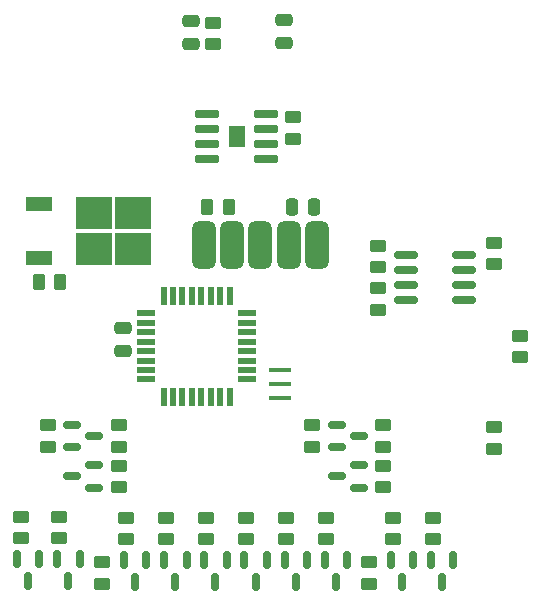
<source format=gbr>
G04 #@! TF.GenerationSoftware,KiCad,Pcbnew,6.0.8-f2edbf62ab~116~ubuntu20.04.1*
G04 #@! TF.CreationDate,2022-10-17T13:25:48+07:00*
G04 #@! TF.ProjectId,IN-8,494e2d38-2e6b-4696-9361-645f70636258,rev?*
G04 #@! TF.SameCoordinates,Original*
G04 #@! TF.FileFunction,Paste,Bot*
G04 #@! TF.FilePolarity,Positive*
%FSLAX46Y46*%
G04 Gerber Fmt 4.6, Leading zero omitted, Abs format (unit mm)*
G04 Created by KiCad (PCBNEW 6.0.8-f2edbf62ab~116~ubuntu20.04.1) date 2022-10-17 13:25:48*
%MOMM*%
%LPD*%
G01*
G04 APERTURE LIST*
G04 Aperture macros list*
%AMRoundRect*
0 Rectangle with rounded corners*
0 $1 Rounding radius*
0 $2 $3 $4 $5 $6 $7 $8 $9 X,Y pos of 4 corners*
0 Add a 4 corners polygon primitive as box body*
4,1,4,$2,$3,$4,$5,$6,$7,$8,$9,$2,$3,0*
0 Add four circle primitives for the rounded corners*
1,1,$1+$1,$2,$3*
1,1,$1+$1,$4,$5*
1,1,$1+$1,$6,$7*
1,1,$1+$1,$8,$9*
0 Add four rect primitives between the rounded corners*
20,1,$1+$1,$2,$3,$4,$5,0*
20,1,$1+$1,$4,$5,$6,$7,0*
20,1,$1+$1,$6,$7,$8,$9,0*
20,1,$1+$1,$8,$9,$2,$3,0*%
G04 Aperture macros list end*
%ADD10C,0.010000*%
%ADD11RoundRect,0.250000X-0.450000X0.262500X-0.450000X-0.262500X0.450000X-0.262500X0.450000X0.262500X0*%
%ADD12RoundRect,0.250000X0.450000X-0.262500X0.450000X0.262500X-0.450000X0.262500X-0.450000X-0.262500X0*%
%ADD13RoundRect,0.500000X0.500000X1.500000X-0.500000X1.500000X-0.500000X-1.500000X0.500000X-1.500000X0*%
%ADD14RoundRect,0.150000X-0.150000X0.587500X-0.150000X-0.587500X0.150000X-0.587500X0.150000X0.587500X0*%
%ADD15RoundRect,0.150000X0.587500X0.150000X-0.587500X0.150000X-0.587500X-0.150000X0.587500X-0.150000X0*%
%ADD16RoundRect,0.250000X0.262500X0.450000X-0.262500X0.450000X-0.262500X-0.450000X0.262500X-0.450000X0*%
%ADD17RoundRect,0.150000X-0.587500X-0.150000X0.587500X-0.150000X0.587500X0.150000X-0.587500X0.150000X0*%
%ADD18RoundRect,0.250000X-0.475000X0.250000X-0.475000X-0.250000X0.475000X-0.250000X0.475000X0.250000X0*%
%ADD19RoundRect,0.250000X-0.250000X-0.475000X0.250000X-0.475000X0.250000X0.475000X-0.250000X0.475000X0*%
%ADD20RoundRect,0.150000X0.825000X0.150000X-0.825000X0.150000X-0.825000X-0.150000X0.825000X-0.150000X0*%
%ADD21R,3.050000X2.750000*%
%ADD22R,2.200000X1.200000*%
%ADD23R,1.600000X0.550000*%
%ADD24R,0.550000X1.600000*%
%ADD25RoundRect,0.042000X0.943000X0.258000X-0.943000X0.258000X-0.943000X-0.258000X0.943000X-0.258000X0*%
%ADD26R,1.900000X0.400000*%
G04 APERTURE END LIST*
G36*
X160505500Y-29900500D02*
G01*
X159215500Y-29900500D01*
X159215500Y-28260500D01*
X160505500Y-28260500D01*
X160505500Y-29900500D01*
G37*
D10*
X160505500Y-29900500D02*
X159215500Y-29900500D01*
X159215500Y-28260500D01*
X160505500Y-28260500D01*
X160505500Y-29900500D01*
D11*
X172260500Y-53568000D03*
X172260500Y-55393000D03*
D12*
X171060500Y-66993000D03*
X171060500Y-65168000D03*
D13*
X164260500Y-38280500D03*
D11*
X181603250Y-38112000D03*
X181603250Y-39937000D03*
X157260500Y-61368000D03*
X157260500Y-63193000D03*
D13*
X159460500Y-38280500D03*
D11*
X173060500Y-61368000D03*
X173060500Y-63193000D03*
D14*
X153710500Y-64943000D03*
X155610500Y-64943000D03*
X154660500Y-66818000D03*
D15*
X170198000Y-56930500D03*
X170198000Y-58830500D03*
X168323000Y-57880500D03*
D14*
X157110500Y-64943000D03*
X159010500Y-64943000D03*
X158060500Y-66818000D03*
D11*
X167460500Y-61368000D03*
X167460500Y-63193000D03*
D15*
X147798000Y-56930500D03*
X147798000Y-58830500D03*
X145923000Y-57880500D03*
D14*
X141260500Y-64880500D03*
X143160500Y-64880500D03*
X142210500Y-66755500D03*
D16*
X159173000Y-35080500D03*
X157348000Y-35080500D03*
D17*
X168323000Y-55430500D03*
X168323000Y-53530500D03*
X170198000Y-54480500D03*
D11*
X164060500Y-61368000D03*
X164060500Y-63193000D03*
D14*
X167310500Y-64943000D03*
X169210500Y-64943000D03*
X168260500Y-66818000D03*
X176310500Y-64943000D03*
X178210500Y-64943000D03*
X177260500Y-66818000D03*
D11*
X144810500Y-61305500D03*
X144810500Y-63130500D03*
D12*
X181603250Y-55558000D03*
X181603250Y-53733000D03*
D14*
X172910500Y-64943000D03*
X174810500Y-64943000D03*
X173860500Y-66818000D03*
D11*
X143860500Y-53568000D03*
X143860500Y-55393000D03*
D14*
X160510500Y-64943000D03*
X162410500Y-64943000D03*
X161460500Y-66818000D03*
D16*
X144923750Y-41437500D03*
X143098750Y-41437500D03*
D12*
X157854250Y-21291500D03*
X157854250Y-19466500D03*
D13*
X166660500Y-38280500D03*
D11*
X149860500Y-53568000D03*
X149860500Y-55393000D03*
D18*
X150260500Y-45330500D03*
X150260500Y-47230500D03*
D12*
X171860500Y-40193000D03*
X171860500Y-38368000D03*
D19*
X164510500Y-35080500D03*
X166410500Y-35080500D03*
D11*
X171860500Y-41968000D03*
X171860500Y-43793000D03*
D14*
X163910500Y-64943000D03*
X165810500Y-64943000D03*
X164860500Y-66818000D03*
D11*
X176460500Y-61368000D03*
X176460500Y-63193000D03*
D20*
X179135500Y-39175500D03*
X179135500Y-40445500D03*
X179135500Y-41715500D03*
X179135500Y-42985500D03*
X174185500Y-42985500D03*
X174185500Y-41715500D03*
X174185500Y-40445500D03*
X174185500Y-39175500D03*
D11*
X183860500Y-45968000D03*
X183860500Y-47793000D03*
X172260500Y-56968000D03*
X172260500Y-58793000D03*
D21*
X151088250Y-38644500D03*
X147738250Y-35594500D03*
X147738250Y-38644500D03*
X151088250Y-35594500D03*
D22*
X143113250Y-39399500D03*
X143113250Y-34839500D03*
D11*
X153860500Y-61368000D03*
X153860500Y-63193000D03*
D12*
X148460500Y-66993000D03*
X148460500Y-65168000D03*
D17*
X145923000Y-55430500D03*
X145923000Y-53530500D03*
X147798000Y-54480500D03*
D23*
X160712000Y-44080500D03*
X160712000Y-44880500D03*
X160712000Y-45680500D03*
X160712000Y-46480500D03*
X160712000Y-47280500D03*
X160712000Y-48080500D03*
X160712000Y-48880500D03*
X160712000Y-49680500D03*
D24*
X159262000Y-51130500D03*
X158462000Y-51130500D03*
X157662000Y-51130500D03*
X156862000Y-51130500D03*
X156062000Y-51130500D03*
X155262000Y-51130500D03*
X154462000Y-51130500D03*
X153662000Y-51130500D03*
D23*
X152212000Y-49680500D03*
X152212000Y-48880500D03*
X152212000Y-48080500D03*
X152212000Y-47280500D03*
X152212000Y-46480500D03*
X152212000Y-45680500D03*
X152212000Y-44880500D03*
X152212000Y-44080500D03*
D24*
X153662000Y-42630500D03*
X154462000Y-42630500D03*
X155262000Y-42630500D03*
X156062000Y-42630500D03*
X156862000Y-42630500D03*
X157662000Y-42630500D03*
X158462000Y-42630500D03*
X159262000Y-42630500D03*
D13*
X157060500Y-38280500D03*
D25*
X162335500Y-27175500D03*
X162335500Y-28445500D03*
X162335500Y-29715500D03*
X162335500Y-30985500D03*
X157385500Y-30985500D03*
X157385500Y-29715500D03*
X157385500Y-28445500D03*
X157385500Y-27175500D03*
D26*
X163495452Y-51280500D03*
X163495452Y-50080500D03*
X163495452Y-48880500D03*
D11*
X150460500Y-61368000D03*
X150460500Y-63193000D03*
X149860500Y-56968000D03*
X149860500Y-58793000D03*
D18*
X163823250Y-19278500D03*
X163823250Y-21178500D03*
D11*
X160660500Y-61368000D03*
X160660500Y-63193000D03*
X166260500Y-53568000D03*
X166260500Y-55393000D03*
X164660500Y-27480500D03*
X164660500Y-29305500D03*
D14*
X150310500Y-64943000D03*
X152210500Y-64943000D03*
X151260500Y-66818000D03*
D18*
X155949250Y-19344500D03*
X155949250Y-21244500D03*
D11*
X141610500Y-61305500D03*
X141610500Y-63130500D03*
D14*
X144660500Y-64880500D03*
X146560500Y-64880500D03*
X145610500Y-66755500D03*
D13*
X161860500Y-38280500D03*
M02*

</source>
